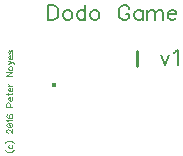
<source format=gbr>
G04 DipTrace 2.4.0.2*
%INTopSilk.gbr*%
%MOIN*%
%ADD10C,0.0098*%
%ADD12C,0.003*%
%ADD18C,0.0158*%
%ADD34C,0.0077*%
%FSLAX44Y44*%
G04*
G70*
G90*
G75*
G01*
%LNTopSilk*%
%LPD*%
X789Y7881D2*
D10*
Y7369D1*
D18*
X-1986Y6734D3*
X-2164Y9408D2*
D34*
Y8905D1*
X-1996D1*
X-1924Y8930D1*
X-1876Y8977D1*
X-1852Y9025D1*
X-1829Y9096D1*
Y9216D1*
X-1852Y9288D1*
X-1876Y9336D1*
X-1924Y9384D1*
X-1996Y9408D1*
X-2164D1*
X-1555Y9240D2*
X-1602Y9216D1*
X-1651Y9168D1*
X-1674Y9096D1*
Y9049D1*
X-1651Y8977D1*
X-1602Y8930D1*
X-1555Y8905D1*
X-1483D1*
X-1435Y8930D1*
X-1387Y8977D1*
X-1363Y9049D1*
Y9096D1*
X-1387Y9168D1*
X-1435Y9216D1*
X-1483Y9240D1*
X-1555D1*
X-922Y9408D2*
Y8905D1*
Y9168D2*
X-969Y9216D1*
X-1017Y9240D1*
X-1089D1*
X-1137Y9216D1*
X-1185Y9168D1*
X-1209Y9096D1*
Y9049D1*
X-1185Y8977D1*
X-1137Y8930D1*
X-1089Y8905D1*
X-1017D1*
X-969Y8930D1*
X-922Y8977D1*
X-648Y9240D2*
X-696Y9216D1*
X-744Y9168D1*
X-767Y9096D1*
Y9049D1*
X-744Y8977D1*
X-696Y8930D1*
X-648Y8905D1*
X-576D1*
X-528Y8930D1*
X-481Y8977D1*
X-456Y9049D1*
Y9096D1*
X-481Y9168D1*
X-528Y9216D1*
X-576Y9240D1*
X-648D1*
X543Y9288D2*
X519Y9336D1*
X471Y9384D1*
X423Y9408D1*
X328D1*
X280Y9384D1*
X232Y9336D1*
X208Y9288D1*
X184Y9216D1*
Y9096D1*
X208Y9025D1*
X232Y8977D1*
X280Y8930D1*
X328Y8905D1*
X423D1*
X471Y8930D1*
X519Y8977D1*
X543Y9025D1*
Y9096D1*
X423D1*
X984Y9240D2*
Y8905D1*
Y9168D2*
X937Y9216D1*
X888Y9240D1*
X817D1*
X769Y9216D1*
X722Y9168D1*
X697Y9096D1*
Y9049D1*
X722Y8977D1*
X769Y8930D1*
X817Y8905D1*
X888D1*
X937Y8930D1*
X984Y8977D1*
X1138Y9240D2*
Y8905D1*
Y9145D2*
X1210Y9216D1*
X1258Y9240D1*
X1330D1*
X1378Y9216D1*
X1402Y9145D1*
Y8905D1*
Y9145D2*
X1473Y9216D1*
X1521Y9240D1*
X1593D1*
X1641Y9216D1*
X1665Y9145D1*
Y8905D1*
X1820Y9096D2*
X2106D1*
Y9145D1*
X2083Y9193D1*
X2059Y9216D1*
X2011Y9240D1*
X1939D1*
X1891Y9216D1*
X1843Y9168D1*
X1820Y9096D1*
Y9049D1*
X1843Y8977D1*
X1891Y8930D1*
X1939Y8905D1*
X2011D1*
X2059Y8930D1*
X2106Y8977D1*
X1586Y7740D2*
X1730Y7405D1*
X1873Y7740D1*
X2028Y7811D2*
X2076Y7836D1*
X2148Y7907D1*
Y7405D1*
X-3610Y4582D2*
D12*
X-3591Y4563D1*
X-3562Y4544D1*
X-3524Y4525D1*
X-3476Y4515D1*
X-3437D1*
X-3390Y4525D1*
X-3351Y4544D1*
X-3323Y4563D1*
X-3304Y4582D1*
X-3461Y4759D2*
X-3481Y4740D1*
X-3490Y4721D1*
Y4692D1*
X-3481Y4673D1*
X-3461Y4654D1*
X-3433Y4644D1*
X-3414D1*
X-3385Y4654D1*
X-3366Y4673D1*
X-3356Y4692D1*
Y4721D1*
X-3366Y4740D1*
X-3385Y4759D1*
X-3610Y4821D2*
X-3591Y4840D1*
X-3562Y4859D1*
X-3524Y4878D1*
X-3476Y4888D1*
X-3437D1*
X-3390Y4878D1*
X-3351Y4859D1*
X-3323Y4840D1*
X-3304Y4821D1*
X-3509Y5154D2*
X-3519D1*
X-3538Y5163D1*
X-3547Y5173D1*
X-3557Y5192D1*
Y5230D1*
X-3547Y5249D1*
X-3538Y5259D1*
X-3519Y5269D1*
X-3500D1*
X-3480Y5259D1*
X-3452Y5240D1*
X-3356Y5144D1*
Y5278D1*
X-3557Y5397D2*
X-3547Y5369D1*
X-3519Y5349D1*
X-3471Y5340D1*
X-3442D1*
X-3394Y5349D1*
X-3366Y5369D1*
X-3356Y5397D1*
Y5416D1*
X-3366Y5445D1*
X-3394Y5464D1*
X-3442Y5474D1*
X-3471D1*
X-3519Y5464D1*
X-3547Y5445D1*
X-3557Y5416D1*
Y5397D1*
X-3519Y5464D2*
X-3394Y5349D1*
X-3519Y5536D2*
X-3528Y5555D1*
X-3557Y5583D1*
X-3356D1*
X-3528Y5760D2*
X-3547Y5750D1*
X-3557Y5722D1*
Y5703D1*
X-3547Y5674D1*
X-3519Y5655D1*
X-3471Y5645D1*
X-3423D1*
X-3385Y5655D1*
X-3366Y5674D1*
X-3356Y5703D1*
Y5712D1*
X-3366Y5741D1*
X-3385Y5760D1*
X-3414Y5769D1*
X-3423D1*
X-3452Y5760D1*
X-3471Y5741D1*
X-3480Y5712D1*
Y5703D1*
X-3471Y5674D1*
X-3452Y5655D1*
X-3423Y5645D1*
X-3452Y6026D2*
Y6112D1*
X-3461Y6140D1*
X-3471Y6150D1*
X-3490Y6160D1*
X-3519D1*
X-3538Y6150D1*
X-3548Y6140D1*
X-3557Y6112D1*
Y6026D1*
X-3356D1*
X-3433Y6221D2*
Y6336D1*
X-3452D1*
X-3471Y6327D1*
X-3481Y6317D1*
X-3490Y6298D1*
Y6269D1*
X-3481Y6250D1*
X-3461Y6231D1*
X-3433Y6221D1*
X-3414D1*
X-3385Y6231D1*
X-3366Y6250D1*
X-3356Y6269D1*
Y6298D1*
X-3366Y6317D1*
X-3385Y6336D1*
X-3557Y6427D2*
X-3394D1*
X-3366Y6436D1*
X-3356Y6455D1*
Y6474D1*
X-3490Y6398D2*
Y6465D1*
X-3433Y6536D2*
Y6651D1*
X-3452D1*
X-3471Y6641D1*
X-3481Y6632D1*
X-3490Y6613D1*
Y6584D1*
X-3481Y6565D1*
X-3461Y6546D1*
X-3433Y6536D1*
X-3414D1*
X-3385Y6546D1*
X-3366Y6565D1*
X-3356Y6584D1*
Y6613D1*
X-3366Y6632D1*
X-3385Y6651D1*
X-3490Y6713D2*
X-3356D1*
X-3433D2*
X-3461Y6722D1*
X-3481Y6741D1*
X-3490Y6761D1*
Y6789D1*
X-3557Y7179D2*
X-3356D1*
X-3557Y7045D1*
X-3356D1*
X-3490Y7289D2*
X-3481Y7270D1*
X-3461Y7251D1*
X-3433Y7241D1*
X-3414D1*
X-3385Y7251D1*
X-3366Y7270D1*
X-3356Y7289D1*
Y7318D1*
X-3366Y7337D1*
X-3385Y7356D1*
X-3414Y7366D1*
X-3433D1*
X-3461Y7356D1*
X-3481Y7337D1*
X-3490Y7318D1*
Y7289D1*
Y7437D2*
X-3356Y7494D1*
X-3318Y7475D1*
X-3299Y7456D1*
X-3289Y7437D1*
Y7427D1*
X-3490Y7552D2*
X-3356Y7494D1*
X-3433Y7614D2*
Y7728D1*
X-3452D1*
X-3471Y7719D1*
X-3481Y7709D1*
X-3490Y7690D1*
Y7661D1*
X-3481Y7642D1*
X-3461Y7623D1*
X-3433Y7614D1*
X-3414D1*
X-3385Y7623D1*
X-3366Y7642D1*
X-3356Y7661D1*
Y7690D1*
X-3366Y7709D1*
X-3385Y7728D1*
X-3461Y7895D2*
X-3481Y7886D1*
X-3490Y7857D1*
Y7828D1*
X-3481Y7800D1*
X-3461Y7790D1*
X-3442Y7800D1*
X-3433Y7819D1*
X-3423Y7867D1*
X-3414Y7886D1*
X-3394Y7895D1*
X-3385D1*
X-3366Y7886D1*
X-3356Y7857D1*
Y7828D1*
X-3366Y7800D1*
X-3385Y7790D1*
M02*

</source>
